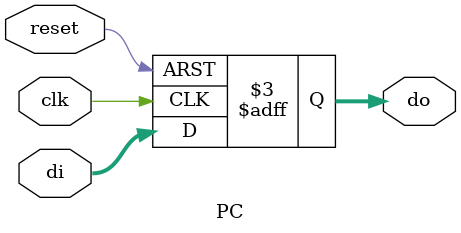
<source format=v>
module PC(
          input clk,
          input reset,
          input [31:0] di,   //
          output reg [31:0] do   //
          );
        always @(posedge clk,negedge reset)
              begin
              	if(!reset)
              	   do<=32'b0;
              	 else
              	   do<=di;
              	end
endmodule



</source>
